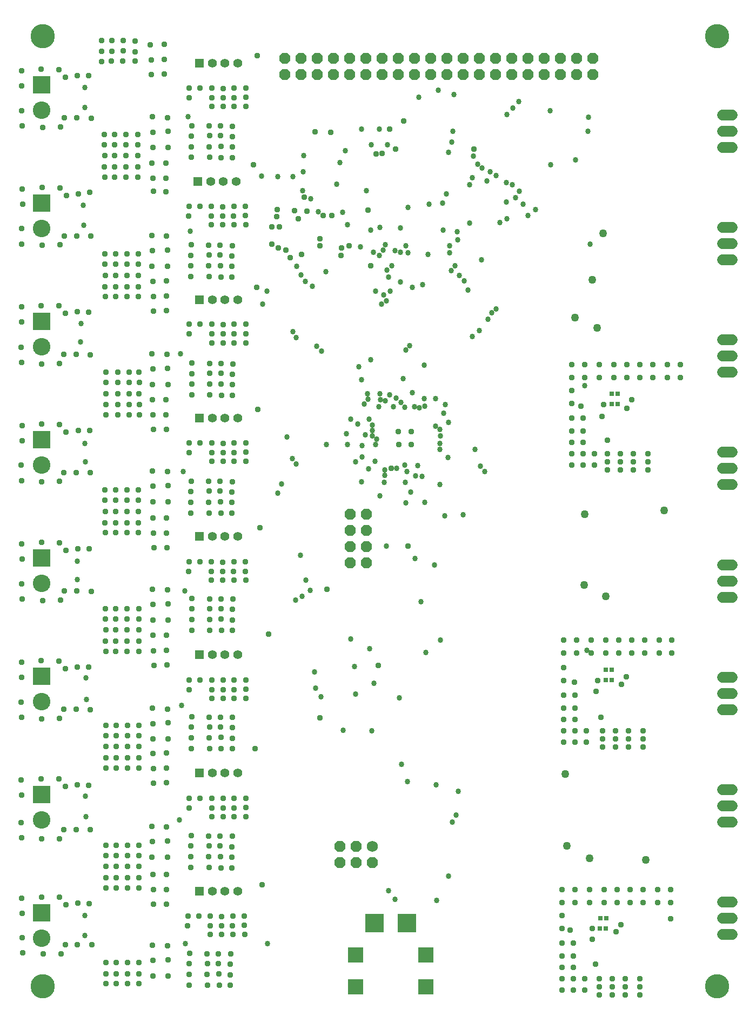
<source format=gbr>
G04 EAGLE Gerber RS-274X export*
G75*
%MOMM*%
%FSLAX34Y34*%
%LPD*%
%INSoldermask Bottom*%
%IPPOS*%
%AMOC8*
5,1,8,0,0,1.08239X$1,22.5*%
G01*
%ADD10R,1.411200X1.411200*%
%ADD11C,1.411200*%
%ADD12R,0.703200X0.803200*%
%ADD13C,1.727200*%
%ADD14P,1.869504X8X202.500000*%
%ADD15C,1.727200*%
%ADD16R,2.903200X2.903200*%
%ADD17R,2.453200X2.453200*%
%ADD18R,2.753200X2.753200*%
%ADD19C,2.753200*%
%ADD20P,1.869504X8X292.500000*%
%ADD21C,3.803200*%
%ADD22C,0.863600*%
%ADD23C,0.959600*%
%ADD24C,1.259600*%


D10*
X409420Y1283120D03*
D11*
X429420Y1283120D03*
X449420Y1283120D03*
X469420Y1283120D03*
D10*
X406880Y1097700D03*
D11*
X426880Y1097700D03*
X446880Y1097700D03*
X466880Y1097700D03*
D10*
X409420Y726860D03*
D11*
X429420Y726860D03*
X449420Y726860D03*
X469420Y726860D03*
D10*
X409420Y541440D03*
D11*
X429420Y541440D03*
X449420Y541440D03*
X469420Y541440D03*
D10*
X409420Y356020D03*
D11*
X429420Y356020D03*
X449420Y356020D03*
X469420Y356020D03*
D10*
X409420Y170600D03*
D11*
X429420Y170600D03*
X449420Y170600D03*
X469420Y170600D03*
D10*
X409420Y-14820D03*
D11*
X429420Y-14820D03*
X449420Y-14820D03*
X469420Y-14820D03*
D10*
X409420Y912280D03*
D11*
X429420Y912280D03*
X449420Y912280D03*
X469420Y912280D03*
D12*
X1046532Y332232D03*
X1055572Y332232D03*
X1055572Y316484D03*
X1046532Y316484D03*
X1037896Y-56896D03*
X1046936Y-56896D03*
X1045920Y-73152D03*
X1036880Y-73152D03*
X1055676Y765048D03*
X1064716Y765048D03*
X1064716Y748792D03*
X1055676Y748792D03*
D13*
X1229360Y1151128D02*
X1244600Y1151128D01*
X1244600Y1176528D02*
X1229360Y1176528D01*
X1229360Y1201928D02*
X1244600Y1201928D01*
X1244600Y974852D02*
X1229360Y974852D01*
X1229360Y1000252D02*
X1244600Y1000252D01*
X1244600Y1025652D02*
X1229360Y1025652D01*
X1229360Y798576D02*
X1244600Y798576D01*
X1244600Y823976D02*
X1229360Y823976D01*
X1229360Y849376D02*
X1244600Y849376D01*
X1244600Y622300D02*
X1229360Y622300D01*
X1229360Y647700D02*
X1244600Y647700D01*
X1244600Y673100D02*
X1229360Y673100D01*
X1229360Y446024D02*
X1244600Y446024D01*
X1244600Y471424D02*
X1229360Y471424D01*
X1229360Y496824D02*
X1244600Y496824D01*
X1244600Y269748D02*
X1229360Y269748D01*
X1229360Y295148D02*
X1244600Y295148D01*
X1244600Y320548D02*
X1229360Y320548D01*
X1229360Y93472D02*
X1244600Y93472D01*
X1244600Y118872D02*
X1229360Y118872D01*
X1229360Y144272D02*
X1244600Y144272D01*
X1244600Y-82804D02*
X1229360Y-82804D01*
X1229360Y-57404D02*
X1244600Y-57404D01*
X1244600Y-32004D02*
X1229360Y-32004D01*
D14*
X1026160Y1290320D03*
X1000760Y1290320D03*
X975360Y1290320D03*
X949960Y1290320D03*
X924560Y1290320D03*
X899160Y1290320D03*
X1026160Y1264920D03*
X1000760Y1264920D03*
X975360Y1264920D03*
X949960Y1264920D03*
X924560Y1264920D03*
X899160Y1264920D03*
X873760Y1290320D03*
X873760Y1264920D03*
X848360Y1290320D03*
X822960Y1290320D03*
X797560Y1290320D03*
X772160Y1290320D03*
X746760Y1290320D03*
X721360Y1290320D03*
X848360Y1264920D03*
X822960Y1264920D03*
X797560Y1264920D03*
X772160Y1264920D03*
X746760Y1264920D03*
X721360Y1264920D03*
X695960Y1290320D03*
X695960Y1264920D03*
X670560Y1290320D03*
X645160Y1290320D03*
X619760Y1290320D03*
X594360Y1290320D03*
X568960Y1290320D03*
X543560Y1290320D03*
X670560Y1264920D03*
X645160Y1264920D03*
X619760Y1264920D03*
X594360Y1264920D03*
X568960Y1264920D03*
X543560Y1264920D03*
D15*
X680212Y55372D03*
D14*
X654812Y55372D03*
X629412Y55372D03*
X680212Y29972D03*
X654812Y29972D03*
X629412Y29972D03*
D16*
X734168Y-65024D03*
X684168Y-65024D03*
D17*
X764168Y-115024D03*
X654168Y-115024D03*
X654168Y-165024D03*
X764168Y-165024D03*
D18*
X162560Y136640D03*
D19*
X162560Y97040D03*
D18*
X162560Y878320D03*
D19*
X162560Y838720D03*
D18*
X162560Y692900D03*
D19*
X162560Y653300D03*
D18*
X162560Y507480D03*
D19*
X162560Y467880D03*
D18*
X162560Y322060D03*
D19*
X162560Y282460D03*
D18*
X162560Y-48780D03*
D19*
X162560Y-88380D03*
D18*
X162560Y1249160D03*
D19*
X162560Y1209560D03*
D18*
X162560Y1063740D03*
D19*
X162560Y1024140D03*
D20*
X645668Y576072D03*
X645668Y550672D03*
X645668Y525272D03*
X645668Y499872D03*
X671068Y576072D03*
X671068Y550672D03*
X671068Y525272D03*
X671068Y499872D03*
D21*
X164338Y-164338D03*
X1220216Y-164338D03*
X164338Y1325372D03*
X1220216Y1325372D03*
D22*
X686816Y693928D03*
X663194Y787146D03*
X692404Y1025652D03*
X685546Y685064D03*
X701040Y998220D03*
X608584Y685292D03*
X641096Y685292D03*
X607568Y956056D03*
X703326Y959104D03*
X728980Y788416D03*
X716280Y989076D03*
X731520Y743712D03*
X680401Y699008D03*
X667766Y748538D03*
X691388Y981456D03*
X678180Y817880D03*
D23*
X673608Y1052576D03*
D22*
X691388Y1179576D03*
X799592Y1143000D03*
X794766Y748030D03*
X762000Y756920D03*
X661924Y995172D03*
X704088Y1155192D03*
X700024Y637032D03*
X674624Y647192D03*
X699008Y625856D03*
X758190Y635254D03*
X669544Y700532D03*
X683006Y310642D03*
X591566Y303276D03*
X654050Y294386D03*
X785876Y622808D03*
X822452Y575056D03*
X676148Y365252D03*
X652526Y337058D03*
X624332Y1093724D03*
X641096Y1030224D03*
X572516Y1138428D03*
X638048Y1146048D03*
X1012952Y777240D03*
X1021588Y999236D03*
X960120Y1123696D03*
X1016508Y362712D03*
X678434Y1155446D03*
X572008Y1113028D03*
X595884Y1050544D03*
X584200Y1070864D03*
X571500Y1083056D03*
X678180Y1021588D03*
X801624Y985520D03*
X791210Y1021588D03*
X838897Y1137412D03*
X634746Y237236D03*
X555752Y1104900D03*
X532384Y1104900D03*
X507238Y1105662D03*
X747268Y506476D03*
D23*
X256032Y1318260D03*
X272288Y1318260D03*
X290068Y1318260D03*
X308356Y1317752D03*
X256032Y1302004D03*
X272288Y1302004D03*
X290068Y1302512D03*
X308356Y1300988D03*
X256540Y1285748D03*
X271780Y1286256D03*
X289560Y1286256D03*
X308864Y1286256D03*
X262636Y-144272D03*
X278892Y-144272D03*
X296672Y-144272D03*
X314960Y-144272D03*
X263144Y-160020D03*
X278892Y-160020D03*
X296672Y-160020D03*
X314960Y-160020D03*
X263144Y-126492D03*
X278892Y-126492D03*
X296672Y-126492D03*
X314960Y-126492D03*
X262636Y6096D03*
X278892Y6096D03*
X296672Y6096D03*
X314960Y6096D03*
X263144Y-9652D03*
X278892Y-9652D03*
X296672Y-9652D03*
X314960Y-9652D03*
X262636Y57404D03*
X278892Y57404D03*
X296672Y57404D03*
X314960Y57404D03*
X262636Y41148D03*
X278892Y41148D03*
X296672Y41148D03*
X314960Y41148D03*
X263144Y23876D03*
X278892Y23876D03*
X296672Y23876D03*
X314960Y23876D03*
X262636Y194056D03*
X278892Y194056D03*
X296672Y194056D03*
X314960Y194056D03*
X263144Y178308D03*
X278892Y178308D03*
X296672Y178308D03*
X314960Y178308D03*
X262636Y245364D03*
X278892Y245364D03*
X296672Y245364D03*
X314960Y245364D03*
X262636Y229108D03*
X278892Y229108D03*
X296672Y229108D03*
X314960Y229108D03*
X263144Y211836D03*
X278892Y211836D03*
X296672Y211836D03*
X314960Y211836D03*
X260604Y1171448D03*
X276860Y1171448D03*
X294640Y1171448D03*
X312928Y1171448D03*
X260604Y1155192D03*
X276860Y1155192D03*
X294640Y1155192D03*
X312928Y1155192D03*
X261112Y1137920D03*
X276860Y1137920D03*
X294640Y1137920D03*
X312928Y1137920D03*
X260604Y1120140D03*
X276860Y1120140D03*
X294640Y1120140D03*
X312928Y1120140D03*
X261112Y1104392D03*
X276860Y1104392D03*
X294640Y1104392D03*
X312928Y1104392D03*
X261620Y983996D03*
X277876Y983996D03*
X295656Y983996D03*
X313944Y983996D03*
X261620Y967740D03*
X277876Y967740D03*
X295656Y967740D03*
X313944Y967740D03*
X262128Y950468D03*
X277876Y950468D03*
X295656Y950468D03*
X313944Y950468D03*
X261620Y932688D03*
X277876Y932688D03*
X295656Y932688D03*
X313944Y932688D03*
X262128Y916940D03*
X277876Y916940D03*
X295656Y916940D03*
X313944Y916940D03*
X315468Y782828D03*
X299212Y782828D03*
X281432Y782828D03*
X263144Y782828D03*
X314960Y798576D03*
X299212Y798576D03*
X281432Y798576D03*
X263144Y798576D03*
X315468Y731520D03*
X299212Y731520D03*
X281432Y731520D03*
X263144Y731520D03*
X315468Y747776D03*
X299212Y747776D03*
X281432Y747776D03*
X263144Y747776D03*
X314960Y765048D03*
X299212Y765048D03*
X281432Y765048D03*
X263144Y765048D03*
X262128Y376936D03*
X278384Y376936D03*
X296164Y376936D03*
X314452Y376936D03*
X262636Y361188D03*
X278384Y361188D03*
X296164Y361188D03*
X314452Y361188D03*
X262128Y428244D03*
X278384Y428244D03*
X296164Y428244D03*
X314452Y428244D03*
X262128Y411988D03*
X278384Y411988D03*
X296164Y411988D03*
X314452Y411988D03*
X262636Y394716D03*
X278384Y394716D03*
X296164Y394716D03*
X314452Y394716D03*
X261620Y614172D03*
X277876Y614172D03*
X295656Y614172D03*
X313944Y614172D03*
X261620Y597916D03*
X277876Y597916D03*
X295656Y597916D03*
X313944Y597916D03*
X262128Y580644D03*
X277876Y580644D03*
X295656Y580644D03*
X313944Y580644D03*
X261620Y562864D03*
X277876Y562864D03*
X295656Y562864D03*
X313944Y562864D03*
X262128Y547116D03*
X277876Y547116D03*
X295656Y547116D03*
X313944Y547116D03*
X1148080Y-58420D03*
X1148080Y-33020D03*
X1148080Y-12700D03*
X1127760Y-12700D03*
X1127760Y-33020D03*
X1104900Y-12700D03*
X1104900Y-33020D03*
X1084580Y-33020D03*
X1084580Y-12700D03*
X1064260Y-12700D03*
X1064260Y-33020D03*
X1043940Y-12700D03*
X1043940Y-33020D03*
X1021080Y-12700D03*
X1021080Y-33020D03*
X998220Y-33020D03*
X998220Y-12700D03*
X977900Y-12700D03*
X977900Y-33020D03*
X1149096Y358140D03*
X1149096Y378460D03*
X1130300Y378460D03*
X1130300Y358140D03*
X1107440Y378460D03*
X1107440Y358140D03*
X1087120Y358140D03*
X1087120Y378460D03*
X1066800Y378460D03*
X1066800Y358140D03*
X1046480Y378460D03*
X1046480Y358140D03*
X1023620Y378460D03*
X1023620Y358140D03*
X1000760Y358140D03*
X1000760Y378460D03*
X980440Y378460D03*
X980440Y358140D03*
X1163320Y789940D03*
X1163320Y810260D03*
X1143000Y810260D03*
X1143000Y789940D03*
X1120140Y810260D03*
X1120140Y789940D03*
X1099820Y789940D03*
X1099820Y810260D03*
X1079500Y810260D03*
X1079500Y789940D03*
X1059180Y810260D03*
X1059180Y789940D03*
X1036320Y810260D03*
X1036320Y789940D03*
X1013460Y789940D03*
X1013460Y810260D03*
X993140Y810260D03*
X993140Y789940D03*
X977900Y-53340D03*
X977900Y-73660D03*
X977900Y-96520D03*
X995680Y-96520D03*
X995680Y-116840D03*
X977900Y-116840D03*
X995680Y-134620D03*
X977900Y-134620D03*
X1013460Y-170180D03*
X1013460Y-152400D03*
X995680Y-152400D03*
X977900Y-152400D03*
X977900Y-170180D03*
X995680Y-170180D03*
X993140Y769620D03*
X993140Y749300D03*
X993140Y726440D03*
X1010920Y726440D03*
X1010920Y706120D03*
X993140Y706120D03*
X1010920Y688340D03*
X993140Y688340D03*
X1028700Y652780D03*
X1028700Y670560D03*
X1010920Y670560D03*
X993140Y670560D03*
X993140Y652780D03*
X1010920Y652780D03*
X980440Y335280D03*
X980440Y314960D03*
X980440Y292100D03*
X998220Y292100D03*
X998220Y271780D03*
X980440Y271780D03*
X998220Y254000D03*
X980440Y254000D03*
X1016000Y218440D03*
X1016000Y236220D03*
X998220Y236220D03*
X980440Y236220D03*
X980440Y218440D03*
X998220Y218440D03*
X394208Y-112268D03*
X393700Y-128524D03*
X393700Y-145288D03*
X393700Y-162052D03*
X421640Y-112776D03*
X422148Y-128016D03*
X421640Y-145288D03*
X422148Y-162052D03*
X439420Y-112776D03*
X458216Y-113284D03*
X457708Y-129540D03*
X439420Y-128016D03*
X439928Y-144780D03*
X457708Y-145796D03*
X457708Y-162560D03*
X440436Y-162560D03*
X396748Y72136D03*
X396240Y55880D03*
X396240Y39116D03*
X396240Y22352D03*
X424180Y71628D03*
X424688Y56388D03*
X424180Y39116D03*
X424688Y22352D03*
X441960Y71628D03*
X460756Y71120D03*
X460248Y54864D03*
X441960Y56388D03*
X442468Y39624D03*
X460248Y38608D03*
X460248Y21844D03*
X442976Y21844D03*
X397256Y258572D03*
X396748Y242316D03*
X396748Y225552D03*
X396748Y208788D03*
X424688Y258064D03*
X425196Y242824D03*
X424688Y225552D03*
X425196Y208788D03*
X442468Y258064D03*
X461264Y257556D03*
X461264Y241300D03*
X442468Y242824D03*
X442976Y226060D03*
X460756Y225044D03*
X460756Y208280D03*
X443484Y208280D03*
X397764Y443992D03*
X397256Y427736D03*
X397256Y410972D03*
X397256Y394208D03*
X425196Y443484D03*
X425704Y428244D03*
X425196Y410972D03*
X425704Y394208D03*
X442976Y443484D03*
X461772Y442976D03*
X461264Y426720D03*
X442976Y428244D03*
X443484Y411480D03*
X461264Y410464D03*
X461264Y393700D03*
X443992Y393700D03*
X396748Y627888D03*
X396240Y611632D03*
X396240Y594868D03*
X396240Y578104D03*
X424180Y627380D03*
X424688Y612140D03*
X424180Y594868D03*
X424688Y578104D03*
X441960Y627380D03*
X460756Y626872D03*
X460248Y610616D03*
X441960Y612140D03*
X442468Y595376D03*
X460248Y594360D03*
X460248Y577596D03*
X442976Y577596D03*
X397764Y812800D03*
X397256Y796544D03*
X397256Y779780D03*
X397256Y763016D03*
X425196Y812292D03*
X425704Y797052D03*
X425196Y779780D03*
X425704Y763016D03*
X442976Y812292D03*
X461772Y811784D03*
X461264Y795528D03*
X442976Y797052D03*
X443484Y780288D03*
X461264Y779272D03*
X461264Y762508D03*
X443992Y762508D03*
X396748Y998220D03*
X396240Y981964D03*
X396240Y965200D03*
X396240Y948436D03*
X424180Y997712D03*
X424688Y982472D03*
X424180Y965200D03*
X424688Y948436D03*
X441960Y997712D03*
X460756Y997204D03*
X460248Y980948D03*
X441960Y982472D03*
X442468Y965708D03*
X460248Y964692D03*
X460248Y947928D03*
X442976Y947928D03*
X397256Y1185164D03*
X396748Y1168908D03*
X396748Y1152144D03*
X396748Y1135380D03*
X424688Y1184656D03*
X425196Y1169416D03*
X424688Y1152144D03*
X425196Y1135380D03*
X442468Y1184656D03*
X461264Y1184148D03*
X460756Y1167892D03*
X442468Y1169416D03*
X442976Y1152652D03*
X460756Y1151636D03*
X460756Y1134872D03*
X443484Y1134872D03*
D24*
X1108710Y34290D03*
X985520Y55880D03*
X1137412Y581660D03*
X1013460Y576072D03*
X1012698Y465074D03*
X1041908Y1016000D03*
X1024636Y943864D03*
X998220Y883920D03*
X982472Y168656D03*
D23*
X500380Y1294892D03*
X494284Y1123696D03*
X499364Y931672D03*
X501142Y740410D03*
X504190Y554482D03*
X517652Y388084D03*
X496316Y208280D03*
X507492Y-5080D03*
X615188Y1175004D03*
X523212Y999744D03*
X544576Y990092D03*
X551688Y978408D03*
X598424Y1007900D03*
X720852Y705612D03*
X741426Y705612D03*
X721614Y685038D03*
X741426Y685038D03*
X598170Y256540D03*
X643890Y996950D03*
X689610Y339090D03*
X598424Y996696D03*
X534924Y1026160D03*
X530860Y1042416D03*
X531423Y1053112D03*
X564388Y1039180D03*
D22*
X736346Y1056894D03*
X769620Y1062228D03*
X790448Y1063752D03*
X813308Y1019048D03*
X724408Y1024636D03*
D23*
X729234Y1192530D03*
D22*
X916940Y1061720D03*
X813816Y1005840D03*
X796290Y1077722D03*
X808228Y1233932D03*
X230124Y1245108D03*
X909828Y1222756D03*
X910336Y1082548D03*
X391922Y1199134D03*
X891540Y1202944D03*
X890524Y1096264D03*
X395478Y1019302D03*
X833120Y1032256D03*
X833120Y1092200D03*
X224028Y875284D03*
X874268Y898144D03*
X874268Y1106932D03*
X379476Y827532D03*
X861568Y881380D03*
X859536Y1098804D03*
X384048Y643128D03*
X560832Y654812D03*
X561340Y852932D03*
X836676Y854456D03*
X837184Y1103376D03*
X230632Y657860D03*
X554736Y663448D03*
X556260Y862076D03*
X848360Y864108D03*
X845312Y1124712D03*
X217932Y502412D03*
X567436Y511556D03*
X568960Y950976D03*
X705612Y947928D03*
X218186Y473202D03*
X576072Y472440D03*
X575564Y941324D03*
X724408Y939800D03*
X724408Y986282D03*
X386588Y455930D03*
X583184Y456692D03*
X586232Y933196D03*
X742696Y931672D03*
X231648Y319532D03*
X589788Y329184D03*
X592836Y839724D03*
X738886Y840486D03*
X736600Y985520D03*
X232664Y286004D03*
X599948Y290068D03*
X600710Y831850D03*
X732536Y833120D03*
X733298Y996442D03*
X381762Y276606D03*
X723138Y287782D03*
X658876Y807212D03*
X762000Y809752D03*
X758952Y935736D03*
X230632Y134112D03*
X814832Y141732D03*
X824484Y941832D03*
X231902Y101854D03*
X811276Y104648D03*
X830580Y927608D03*
X378460Y96520D03*
X805688Y93472D03*
X816864Y949960D03*
X387350Y-97282D03*
X516128Y-97028D03*
X767334Y983234D03*
X229616Y-53340D03*
X799592Y9144D03*
X810006Y965454D03*
X229616Y-84328D03*
X780796Y-28956D03*
X803910Y957834D03*
X229870Y1213866D03*
X900176Y1212596D03*
X899668Y1092708D03*
X227584Y1060704D03*
X891145Y1039255D03*
X890016Y1065276D03*
X228092Y1028700D03*
X879856Y1033272D03*
X904748Y1071880D03*
X935736Y1053592D03*
X924052Y1044448D03*
X671068Y1083564D03*
X998728Y1131824D03*
X230124Y686816D03*
X546862Y696722D03*
X561594Y964438D03*
X851154Y974598D03*
X852170Y1118870D03*
X223520Y846328D03*
X867664Y892048D03*
X865124Y1113028D03*
X804672Y1159256D03*
X1019302Y1198118D03*
X806196Y1176020D03*
X1018032Y1176528D03*
X697230Y990346D03*
X717804Y757936D03*
X708152Y926084D03*
X710504Y965406D03*
X725197Y751105D03*
D23*
X678180Y965200D03*
D22*
X663448Y1180084D03*
X682244Y986536D03*
X747776Y636016D03*
X762254Y594614D03*
X663956Y683260D03*
X664464Y665988D03*
X779272Y756920D03*
X679704Y236220D03*
X702564Y526288D03*
X794258Y573278D03*
X959358Y1208786D03*
X629412Y1127252D03*
X633476Y1049528D03*
X801624Y996696D03*
D23*
X736600Y525780D03*
X591058Y1175258D03*
X523212Y1026160D03*
X603504Y1044448D03*
X578104Y1051024D03*
X533372Y993168D03*
X839470Y1148080D03*
X631190Y981710D03*
X558292Y1052068D03*
X609092Y458724D03*
D22*
X786892Y698500D03*
X785876Y686816D03*
X684784Y658876D03*
D23*
X709704Y647783D03*
D22*
X734568Y643128D03*
X856488Y642620D03*
X751332Y652272D03*
X849376Y651256D03*
X799084Y664972D03*
X780288Y151892D03*
X786384Y677672D03*
X840994Y677926D03*
X754380Y743204D03*
X753364Y1229868D03*
D23*
X1069848Y-67564D03*
D22*
X786384Y708660D03*
X783336Y1240536D03*
X690372Y744728D03*
X685800Y926084D03*
X515112Y925576D03*
X692912Y755904D03*
X694944Y905256D03*
X508508Y905764D03*
X713204Y744249D03*
X691896Y604520D03*
X532384Y609092D03*
X746252Y744503D03*
X740156Y610616D03*
X538480Y623824D03*
X762508Y745744D03*
X756666Y439166D03*
X559816Y441452D03*
X792480Y734060D03*
X777748Y496824D03*
X570484Y447548D03*
X799592Y719836D03*
X786892Y378460D03*
X779780Y714248D03*
X764286Y359156D03*
X732028Y625856D03*
X735330Y157226D03*
X718312Y648208D03*
X726186Y184150D03*
X700024Y645160D03*
X715772Y-27432D03*
X653796Y657860D03*
X705612Y-13716D03*
X701011Y753393D03*
X702056Y910336D03*
X707644Y762791D03*
X698500Y919988D03*
D23*
X1078484Y321056D03*
X130048Y837692D03*
X130556Y813816D03*
X162560Y811784D03*
X238760Y826008D03*
X197104Y826516D03*
X216408Y826516D03*
X190500Y812292D03*
X335280Y827532D03*
X358648Y826516D03*
X336296Y803656D03*
X359664Y804672D03*
X360172Y779272D03*
X335788Y779272D03*
X130556Y901192D03*
X131064Y877316D03*
X236220Y893064D03*
X218440Y893572D03*
X189484Y902716D03*
X199644Y891032D03*
X161544Y903224D03*
X337820Y894588D03*
X358140Y895096D03*
X336296Y941324D03*
X357632Y941832D03*
X337312Y917448D03*
X357632Y917956D03*
X130048Y652780D03*
X130556Y628904D03*
X162560Y626872D03*
X238760Y641096D03*
X197104Y641604D03*
X216408Y641604D03*
X190500Y627380D03*
X335788Y644144D03*
X359156Y643128D03*
X336804Y620268D03*
X360172Y621284D03*
X360680Y595884D03*
X336296Y595884D03*
X131572Y715264D03*
X132080Y691388D03*
X237236Y707136D03*
X219456Y707644D03*
X190500Y716788D03*
X200660Y705104D03*
X162560Y717296D03*
X337312Y708660D03*
X357632Y709168D03*
X335788Y755396D03*
X357124Y755904D03*
X336804Y731520D03*
X357124Y732028D03*
X131064Y466852D03*
X131572Y442976D03*
X163576Y440944D03*
X239776Y455168D03*
X198120Y455676D03*
X217424Y455676D03*
X191516Y441452D03*
X335788Y458216D03*
X359156Y457200D03*
X336804Y434340D03*
X360172Y435356D03*
X360680Y409956D03*
X336296Y409956D03*
X131064Y529844D03*
X131572Y505968D03*
X236728Y521716D03*
X218948Y522224D03*
X189992Y531368D03*
X200152Y519684D03*
X162052Y531876D03*
X338328Y523240D03*
X358648Y523748D03*
X336804Y569976D03*
X358140Y570484D03*
X337820Y546100D03*
X358140Y546608D03*
X130048Y281432D03*
X130556Y257556D03*
X162560Y255524D03*
X238760Y269748D03*
X197104Y270256D03*
X216408Y270256D03*
X190500Y256032D03*
X335788Y271780D03*
X359156Y270764D03*
X336804Y247904D03*
X360172Y248920D03*
X360680Y223520D03*
X336296Y223520D03*
X130556Y344424D03*
X131064Y320548D03*
X236220Y336296D03*
X218440Y336804D03*
X189484Y345948D03*
X199644Y334264D03*
X161544Y346456D03*
X338328Y339344D03*
X358648Y339852D03*
X336804Y386080D03*
X358140Y386588D03*
X337820Y362204D03*
X358140Y362712D03*
X130048Y92964D03*
X130556Y69088D03*
X162560Y67056D03*
X238760Y81280D03*
X197104Y81788D03*
X216408Y81788D03*
X190500Y67564D03*
X334772Y86868D03*
X358140Y85852D03*
X335788Y62992D03*
X359156Y64008D03*
X359664Y38608D03*
X335280Y38608D03*
X130048Y159512D03*
X130556Y135636D03*
X235712Y151384D03*
X217932Y151892D03*
X188976Y161036D03*
X199136Y149352D03*
X161036Y161544D03*
X337820Y154432D03*
X358140Y154940D03*
X336296Y201168D03*
X357632Y201676D03*
X337312Y177292D03*
X357632Y177800D03*
X132080Y-87376D03*
X132588Y-111252D03*
X164592Y-113284D03*
X240792Y-99060D03*
X199136Y-98552D03*
X218440Y-98552D03*
X192532Y-112776D03*
X335788Y-99568D03*
X359156Y-100584D03*
X336804Y-123444D03*
X360172Y-122428D03*
X360680Y-147828D03*
X336296Y-147828D03*
X131064Y-25908D03*
X131572Y-49784D03*
X236728Y-34036D03*
X218948Y-33528D03*
X189992Y-24384D03*
X200152Y-36068D03*
X162052Y-23876D03*
X337820Y-35560D03*
X358140Y-35052D03*
X336296Y11176D03*
X357632Y11684D03*
X337312Y-12700D03*
X357632Y-12192D03*
X131064Y1208532D03*
X131572Y1184656D03*
X163576Y1182624D03*
X239776Y1196848D03*
X198120Y1197356D03*
X217424Y1197356D03*
X191516Y1183132D03*
X335788Y1198880D03*
X359156Y1197864D03*
X336804Y1175004D03*
X360172Y1176020D03*
X360680Y1150620D03*
X336296Y1150620D03*
X130556Y1271524D03*
X131064Y1247648D03*
X236220Y1263396D03*
X218440Y1263904D03*
X189484Y1273048D03*
X199644Y1261364D03*
X161544Y1273556D03*
X334264Y1265428D03*
X354584Y1265936D03*
X332740Y1312164D03*
X354076Y1312672D03*
X333756Y1288288D03*
X354076Y1288796D03*
X130556Y1023620D03*
X131064Y999744D03*
X163068Y997712D03*
X239268Y1011936D03*
X197612Y1012444D03*
X216916Y1012444D03*
X191008Y998220D03*
X334772Y1012952D03*
X358140Y1011936D03*
X335788Y989076D03*
X359156Y990092D03*
X359664Y964692D03*
X335280Y964692D03*
X132080Y1086104D03*
X132588Y1062228D03*
X237236Y1080516D03*
X219964Y1078484D03*
X191008Y1087628D03*
X201168Y1075944D03*
X163068Y1088136D03*
X337312Y1082040D03*
X356616Y1081532D03*
X335280Y1126236D03*
X356616Y1126744D03*
X336296Y1102360D03*
X356616Y1102868D03*
X1024636Y-90424D03*
X1029716Y-129540D03*
X1031240Y298704D03*
X1038352Y258064D03*
X1039876Y729488D03*
X1048512Y692404D03*
X393700Y1244092D03*
X410464Y1244092D03*
X482092Y1244092D03*
X463804Y1244092D03*
X446532Y1243584D03*
X428752Y1244092D03*
X482600Y1215136D03*
X463804Y1215136D03*
X446532Y1215136D03*
X428752Y1215136D03*
X482092Y1229360D03*
X393192Y1228852D03*
X463296Y1228852D03*
X446532Y1228852D03*
X428752Y1228852D03*
X393192Y1058672D03*
X409956Y1058672D03*
X481584Y1058672D03*
X463296Y1058672D03*
X446024Y1058164D03*
X428244Y1058672D03*
X482092Y1029716D03*
X463296Y1029716D03*
X446024Y1029716D03*
X428244Y1029716D03*
X481584Y1043940D03*
X392684Y1043432D03*
X462788Y1043432D03*
X446024Y1043432D03*
X428244Y1043432D03*
X393700Y873760D03*
X410464Y873760D03*
X482092Y873760D03*
X463804Y873760D03*
X446532Y873252D03*
X428752Y873760D03*
X482600Y844804D03*
X463804Y844804D03*
X446532Y844804D03*
X428752Y844804D03*
X482092Y859028D03*
X393192Y858520D03*
X463296Y858520D03*
X446532Y858520D03*
X428752Y858520D03*
X393700Y687832D03*
X410464Y687832D03*
X482092Y687832D03*
X463804Y687832D03*
X446532Y687324D03*
X428752Y687832D03*
X482600Y658876D03*
X463804Y658876D03*
X446532Y658876D03*
X428752Y658876D03*
X482092Y673100D03*
X393192Y672592D03*
X463296Y672592D03*
X446532Y672592D03*
X428752Y672592D03*
X393192Y501396D03*
X409956Y501396D03*
X481584Y501396D03*
X463296Y501396D03*
X446024Y500888D03*
X428244Y501396D03*
X482092Y472440D03*
X463296Y472440D03*
X446024Y472440D03*
X428244Y472440D03*
X481584Y486664D03*
X392684Y486156D03*
X462788Y486156D03*
X446024Y486156D03*
X428244Y486156D03*
X393700Y316484D03*
X410464Y316484D03*
X482092Y316484D03*
X463804Y316484D03*
X446532Y315976D03*
X428752Y316484D03*
X482600Y287528D03*
X463804Y287528D03*
X446532Y287528D03*
X428752Y287528D03*
X482092Y301752D03*
X393192Y301244D03*
X463296Y301244D03*
X446532Y301244D03*
X428752Y301244D03*
X393700Y131064D03*
X410464Y131064D03*
X482092Y131064D03*
X463804Y131064D03*
X446532Y130556D03*
X428752Y131064D03*
X482600Y102108D03*
X463804Y102108D03*
X446532Y102108D03*
X428752Y102108D03*
X482092Y116332D03*
X393192Y115824D03*
X463296Y115824D03*
X446532Y115824D03*
X428752Y115824D03*
X391668Y-53848D03*
X408432Y-53848D03*
X480060Y-53848D03*
X461772Y-53848D03*
X444500Y-54356D03*
X426720Y-53848D03*
X480568Y-82804D03*
X461772Y-82804D03*
X444500Y-82804D03*
X426720Y-82804D03*
X480060Y-68580D03*
X391160Y-69088D03*
X461264Y-69088D03*
X444500Y-69088D03*
X426720Y-69088D03*
X1036320Y-152400D03*
X1056640Y-152400D03*
X1099820Y-152400D03*
X1076960Y-152400D03*
X1099820Y-165100D03*
X1076960Y-165100D03*
X1056640Y-165100D03*
X1036320Y-165100D03*
X1036320Y-177800D03*
X1099820Y-177800D03*
X1076960Y-177800D03*
X1056640Y-177800D03*
X1049020Y670560D03*
X1069340Y670560D03*
X1112520Y670560D03*
X1089660Y670560D03*
X1112520Y657860D03*
X1089660Y657860D03*
X1069340Y657860D03*
X1049020Y657860D03*
X1049020Y645160D03*
X1112520Y645160D03*
X1089660Y645160D03*
X1069340Y645160D03*
X1041400Y236220D03*
X1061720Y236220D03*
X1104900Y236220D03*
X1082040Y236220D03*
X1104900Y223520D03*
X1082040Y223520D03*
X1061720Y223520D03*
X1041400Y223520D03*
X1041400Y210820D03*
X1104900Y210820D03*
X1082040Y210820D03*
X1061720Y210820D03*
D24*
X1020572Y37084D03*
X1046226Y447294D03*
X1032256Y868172D03*
D23*
X1006856Y745236D03*
X1078992Y741680D03*
X1042416Y747776D03*
X1086612Y755396D03*
X997204Y312928D03*
X1070356Y309372D03*
X1033170Y315468D03*
X990092Y-75692D03*
X1062228Y-78740D03*
X1025144Y-73152D03*
D22*
X733044Y593852D03*
X731379Y652639D03*
X743340Y766572D03*
X646176Y380238D03*
X680720Y707136D03*
X640080Y702056D03*
X675640Y725424D03*
X673608Y756412D03*
X646176Y725424D03*
X691896Y764540D03*
X663194Y626618D03*
X680771Y715496D03*
X672846Y764794D03*
X657127Y717013D03*
D23*
X695960Y1141984D03*
X616712Y1043940D03*
X686308Y1140968D03*
X573532Y1072642D03*
X716816Y1148588D03*
X632460Y993648D03*
X707286Y1179576D03*
X569468Y983488D03*
M02*

</source>
